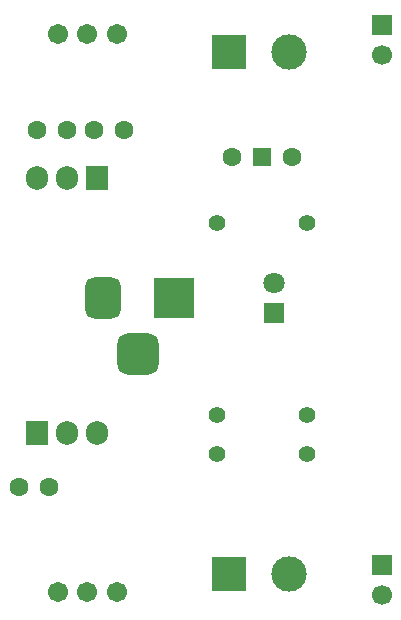
<source format=gbs>
%TF.GenerationSoftware,KiCad,Pcbnew,9.0.4*%
%TF.CreationDate,2025-09-23T18:33:03+01:00*%
%TF.ProjectId,Breadboard Power Supply,42726561-6462-46f6-9172-6420506f7765,v1.0*%
%TF.SameCoordinates,Original*%
%TF.FileFunction,Soldermask,Bot*%
%TF.FilePolarity,Negative*%
%FSLAX46Y46*%
G04 Gerber Fmt 4.6, Leading zero omitted, Abs format (unit mm)*
G04 Created by KiCad (PCBNEW 9.0.4) date 2025-09-23 18:33:03*
%MOMM*%
%LPD*%
G01*
G04 APERTURE LIST*
G04 Aperture macros list*
%AMRoundRect*
0 Rectangle with rounded corners*
0 $1 Rounding radius*
0 $2 $3 $4 $5 $6 $7 $8 $9 X,Y pos of 4 corners*
0 Add a 4 corners polygon primitive as box body*
4,1,4,$2,$3,$4,$5,$6,$7,$8,$9,$2,$3,0*
0 Add four circle primitives for the rounded corners*
1,1,$1+$1,$2,$3*
1,1,$1+$1,$4,$5*
1,1,$1+$1,$6,$7*
1,1,$1+$1,$8,$9*
0 Add four rect primitives between the rounded corners*
20,1,$1+$1,$2,$3,$4,$5,0*
20,1,$1+$1,$4,$5,$6,$7,0*
20,1,$1+$1,$6,$7,$8,$9,0*
20,1,$1+$1,$8,$9,$2,$3,0*%
G04 Aperture macros list end*
%ADD10C,1.600000*%
%ADD11R,3.000000X3.000000*%
%ADD12C,3.000000*%
%ADD13R,1.700000X1.700000*%
%ADD14C,1.700000*%
%ADD15RoundRect,0.875000X-0.875000X-0.875000X0.875000X-0.875000X0.875000X0.875000X-0.875000X0.875000X0*%
%ADD16RoundRect,0.750000X-0.750000X-1.000000X0.750000X-1.000000X0.750000X1.000000X-0.750000X1.000000X0*%
%ADD17R,3.500000X3.500000*%
%ADD18C,1.800000*%
%ADD19R,1.800000X1.800000*%
%ADD20C,1.400000*%
%ADD21C,1.712000*%
%ADD22O,1.905000X2.000000*%
%ADD23R,1.905000X2.000000*%
%ADD24R,1.500000X1.500000*%
G04 APERTURE END LIST*
D10*
%TO.C,C3*%
X130423600Y-109474000D03*
X132923600Y-109474000D03*
%TD*%
D11*
%TO.C,J5*%
X148183600Y-72644000D03*
D12*
X153263600Y-72644000D03*
%TD*%
D13*
%TO.C,J1*%
X161137600Y-70353000D03*
D14*
X161137600Y-72893000D03*
%TD*%
D15*
%TO.C,J7*%
X140515600Y-98230500D03*
D16*
X137515600Y-93530500D03*
D17*
X143515600Y-93530500D03*
%TD*%
D10*
%TO.C,C1*%
X136773600Y-79248000D03*
X139273600Y-79248000D03*
%TD*%
D13*
%TO.C,J2*%
X161137600Y-116128800D03*
D14*
X161137600Y-118668800D03*
%TD*%
D10*
%TO.C,C2*%
X134447600Y-79248000D03*
X131947600Y-79248000D03*
%TD*%
D11*
%TO.C,J6*%
X148183600Y-116840000D03*
D12*
X153263600Y-116840000D03*
%TD*%
D18*
%TO.C,D1*%
X151993600Y-92207000D03*
D19*
X151993600Y-94747000D03*
%TD*%
D20*
%TO.C,R2*%
X147167600Y-103378000D03*
X154787600Y-103378000D03*
%TD*%
%TO.C,R3*%
X154769600Y-106680000D03*
X147149600Y-106680000D03*
%TD*%
D21*
%TO.C,S2*%
X133705600Y-118364000D03*
X136205600Y-118364000D03*
X138705600Y-118364000D03*
%TD*%
%TO.C,S1*%
X133705600Y-71120000D03*
X136205600Y-71120000D03*
X138705600Y-71120000D03*
%TD*%
D22*
%TO.C,U1*%
X131927600Y-83378000D03*
X134467600Y-83378000D03*
D23*
X137007600Y-83378000D03*
%TD*%
D10*
%TO.C,SW1*%
X153517600Y-81534000D03*
X148437600Y-81534000D03*
D24*
X150977600Y-81534000D03*
%TD*%
D20*
%TO.C,R1*%
X154787600Y-87122000D03*
X147167600Y-87122000D03*
%TD*%
D22*
%TO.C,U2*%
X137007600Y-104902000D03*
X134467600Y-104902000D03*
D23*
X131927600Y-104902000D03*
%TD*%
M02*

</source>
